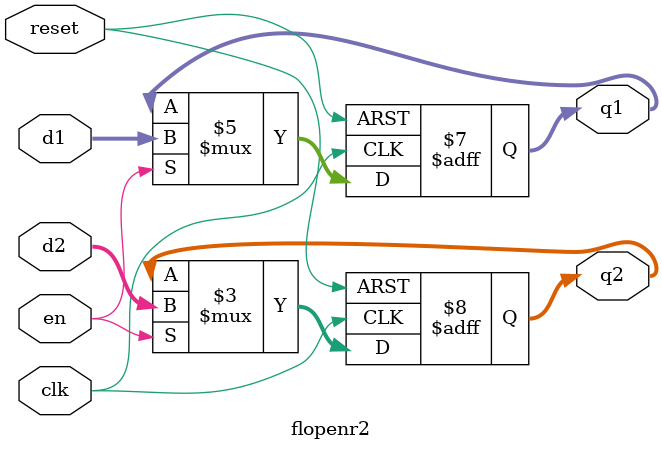
<source format=sv>

module testbench();

  logic        clk;
  logic        reset;

  logic [31:0] WriteData, DataAdr;
  logic        MemWrite;
  logic [31:0] hash;

  // instantiate device to be tested
  top dut(clk, reset, WriteData, DataAdr, MemWrite);
  
  // initialize test
  initial
    begin
      hash <= 0;
      reset <= 1; # 22; reset <= 0;
    end

  // generate clock to sequence tests
  always
    begin
      clk <= 1; # 5; clk <= 0; # 5;
    end

  // check results
  always @(negedge clk)
    begin
      if(MemWrite) begin
        if(DataAdr === 100 & WriteData === 25) begin
          $display("Simulation succeeded");
 	   	  $display("hash = %h", hash);
          $stop;
        end else if (DataAdr !== 96) begin
          $display("Simulation failed");
          $stop;
        end
      end
    end

  // Make 32-bit hash of instruction, PC, ALU
  always @(negedge clk)
    if (~reset) begin
      hash = hash ^ dut.rvmulti.dp.Instr ^ dut.rvmulti.dp.PC;
      if (MemWrite) hash = hash ^ WriteData;
      hash = {hash[30:0], hash[9] ^ hash[29] ^ hash[30] ^ hash[31]};
    end

endmodule

///////////////////////////////////////////////////////////////
// top
//
// Instantiates multicycle RISC-V processor and memory
///////////////////////////////////////////////////////////////

module top(input  logic        clk, reset, 
           output logic [31:0] WriteData, DataAdr, 
           output logic        MemWrite);

  logic [31:0] ReadData;
  
  // instantiate processor and memories
  riscvmulti rvmulti(clk, reset, MemWrite, DataAdr, 
                     WriteData, ReadData);
  mem mem(clk, MemWrite, DataAdr, WriteData, ReadData);
endmodule

///////////////////////////////////////////////////////////////
// mem
//
// Single-ported RAM with read and write ports
// Initialized with machine language program
///////////////////////////////////////////////////////////////

module mem(input  logic        clk, we,
           input  logic [31:0] a, wd,
           output logic [31:0] rd);

  logic [31:0] RAM[63:0];
  
  initial
      $readmemh("riscvtest.txt",RAM);

  assign rd = RAM[a[31:2]]; // word aligned

  always_ff @(posedge clk)
    if (we) RAM[a[31:2]] <= wd;
endmodule

///////////////////////////////////////////////////////////////
// riscvmulti
//
// Multicycle RISC-V microprocessor
///////////////////////////////////////////////////////////////

module riscvmulti(input  logic        clk, reset,
                  output logic        MemWrite,
                  output logic [31:0] Adr, WriteData,
                  input  logic [31:0] ReadData);

  logic [31:0] Instr;
  logic Zero;
  logic [1:0] ResultSrc;
  logic [2:0] ALUControl;
  logic [1:0] ALUSrcB;
  logic [1:0] ALUSrcA;
  logic [1:0] ImmSrc;
  logic RegWrite;
  logic PCWrite;
  logic AdrSrc;
  logic IRWrite;





  controller controller(clk, reset,  Instr[6:0], Instr[14:12], Instr[30], Zero, ImmSrc, ALUSrcA, ALUSrcB, ResultSrc, AdrSrc, ALUControl, IRWrite, PCWrite, RegWrite, MemWrite);


  datapath dp(reset, clk, ReadData, PCWrite, AdrSrc, IRWrite, ResultSrc, ALUControl, ALUSrcB, ALUSrcA, ImmSrc, RegWrite, Instr,  WriteData, Adr, Zero);



endmodule


///////////////////////////////////////////////////////////////
// Your modules go here
///////////////////////////////////////////////////////////////

// Describe your non-leaf cells structurally
// Describe your lef cells (mux, flop, alu, etc.) behaviorally
// Exactly follow the multicycle processor diagram
// Remember to declare internal signals
// Be consistent with spelling and capitalization
// Be consistent with order of signals in module declarations and instantiations


module datapath(input logic reset, input logic clk, input logic [31:0] ReadData, input logic PCWrite, input logic AdrSrc, input logic IRWrite, input logic [1:0] ResultSrc,input logic [2:0] ALUControl, input logic [1:0] ALUSrcB, input logic [1:0] ALUSrcA, input logic [1:0] ImmSrc, input logic RegWrite, output logic [31:0] Instr, output logic [31:0] WriteData, output logic [31:0] Adr, output logic Zero);
	logic [31:0] PC;
	logic [31:0] OldPC;
	logic [31:0] Data;
	logic [31:0] PCNext;
	logic [31:0] ALUResult;
	logic [31:0] ALUOut;
	logic [31:0] SrcA;
	logic [31:0] SrcB;
	logic [31:0] A;
	logic [31:0] ImmExt;
	logic [31:0] RD1;
	logic [31:0] RD2;
	logic [31:0] c4;

	assign c4 = 32'h4;



	flopenr #(32) f1(clk, reset, PCWrite, PCNext, PC);
	mux2 #(32) m1(PC, PCNext, AdrSrc, Adr);
	flopenr2 #(32) f2(clk, reset, IRWrite, PC, ReadData, OldPC, Instr);
	flopr #(32) f3(clk, reset, ReadData, Data);
	flopr2 #(32) f4(clk, reset, RD1, RD2, A, WriteData);
	mux3 #(32) m2(PC, OldPC, A, ALUSrcA, SrcA);
	mux3 #(32) m3(WriteData, ImmExt, c4, ALUSrcB, SrcB);
	flopr #(32) f5(clk, reset, ALUResult, ALUOut);
	mux3 #(32) m4(ALUOut, Data, ALUResult, ResultSrc, PCNext);


	regfile r1(clk, RegWrite, Instr[19:15], Instr[24:20], Instr[11:7], PCNext, RD1, RD2);

	extend e1(Instr[31:7], ImmSrc, ImmExt);

	alu alu(SrcA, SrcB, ALUControl, ALUResult, Zero);



endmodule



module mux3 #(parameter WIDTH = 8)
		(input logic [WIDTH-1:0] d0, d1, d2,
		input logic [1:0] s,
		output logic [WIDTH-1:0] y);
	assign y = s[1] ? d2 : (s[0] ? d1 : d0);
endmodule


module alu(input logic [31:0] SrcA,
		input logic [31:0] SrcB,
		input logic [2:0] ALUControl,
		output logic [31:0] ALUResult,
		output logic  Zero);
	
	always_comb
		begin
		case(ALUControl)
			3'b000:
				ALUResult = SrcA + SrcB;
			3'b001:
				ALUResult = SrcA - SrcB;
			3'b101: begin
				if(SrcA < SrcB)
					ALUResult = 1;
				else
					ALUResult = 0;
				end
			3'b011:
				ALUResult = SrcA | SrcB;
			3'b010:
				ALUResult = SrcA & SrcB;
			3'b111: // slli and sll
				ALUResult = SrcA << SrcB;
			3'b100: // srli and srl
				ALUResult = SrcA >> SrcB;
			3'b110:
				ALUResult = SrcA >>> SrcB;
			default: ALUResult = SrcA + SrcB;
		
		
		endcase
		if (ALUResult == 0)
			Zero = 1;
		else
			Zero = 0;
		end
		
endmodule



module extend(input logic [31:7] instr,
		input logic [1:0] immsrc,
		output logic [31:0] immext);
	always_comb
	begin
		case(immsrc)
			// I?type
			2'b00: immext = {{20{instr[31]}}, instr[31:20]};
			// S?type (stores)
			2'b01: immext = {{20{instr[31]}}, instr[31:25],instr[11:7]};
			// B?type (branches)
			2'b10: immext = {{20{instr[31]}}, instr[7],instr[30:25], instr[11:8], 1'b0};
			// J?type (jal)
			2'b11: immext = {{12{instr[31]}}, instr[19:12],instr[20], instr[30:21], 1'b0};
			default: immext = 32'bx; // undefined
		endcase
	end
endmodule


module mux2 #(parameter WIDTH = 8)
		(input logic [WIDTH-1:0] d0, d1,
		input logic s,
		output logic [WIDTH-1:0] y);
	assign y = s ? d1 : d0;
endmodule



module regfile(input logic clk,
		input logic RegWrite,
		input logic [4:0] A1,
		input logic [4:0] A2,
		input logic [4:0] A3,
		input logic [31:0] WD,
		output logic [31:0] RD1,
		output logic [31:0] RD2);

		




	reg [31:0] reg_file [0:31];
    	integer i;
	initial begin
	for(i=0;i<32;i=i+1)
	begin
        	reg_file[i]<=32'h0;
        end
	end
    	always @(negedge clk ) begin
        	if(RegWrite && (A3!=0))begin 
            	reg_file[A3] <= WD;
        	end
    	end
    	assign RD1 = reg_file[A1];
	assign RD2 = reg_file[A2];
		
endmodule


module flopr #(parameter WIDTH = 8)
		(input logic clk, reset,
		input logic [WIDTH-1:0] d,
		output logic [WIDTH-1:0] q);
	always_ff @(posedge clk, posedge reset)
		if (reset) q <= 32'b0;
		else q <= d;
endmodule


module flopenr #(parameter WIDTH = 8)
		(input logic clk, reset, en,
		input logic [WIDTH-1:0] d,
		output logic [WIDTH-1:0] q);
	always_ff @(posedge clk, posedge reset)
		if (reset) q <= 32'b0;
		else if (en) q <= d;
endmodule


module flopr2 #(parameter WIDTH = 8)
		(input logic clk, reset,
		input logic [WIDTH-1:0] d1,
		input logic [WIDTH-1:0] d2,
		output logic [WIDTH-1:0] q1,
		output logic [WIDTH-1:0] q2);
	always_ff @(posedge clk, posedge reset)
		if (reset) begin q1 <= 32'b0; q2 <= 32'b0; end 
		else begin q1 <= d1; q2 <= d2; end
endmodule

module flopenr2 #(parameter WIDTH = 8)
		(input logic clk, reset, en,
		input logic [WIDTH-1:0] d1,
		input logic [WIDTH-1:0] d2,
		output logic [WIDTH-1:0] q1,
		output logic [WIDTH-1:0] q2);
	always_ff @(posedge clk, posedge reset)
		if (reset) begin q1 <= 32'b0; q2 <= 32'b0; end 
		else if (en) begin q1 <= d1; q2 <= d2; end
endmodule


</source>
